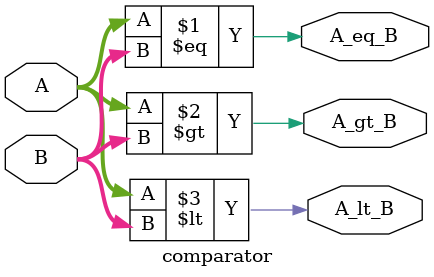
<source format=v>
module comparator (
    input  wire [8:0] A,       // Số A - 9 bit
    input  wire [8:0] B,       // Số B - 9 bit
    output wire       A_eq_B,  // A == B
    output wire       A_gt_B,  // A > B greater than
    output wire       A_lt_B   // A < B less than
);

    assign A_eq_B = (A == B);
    assign A_gt_B = (A > B);
    assign A_lt_B = (A < B);

endmodule

</source>
